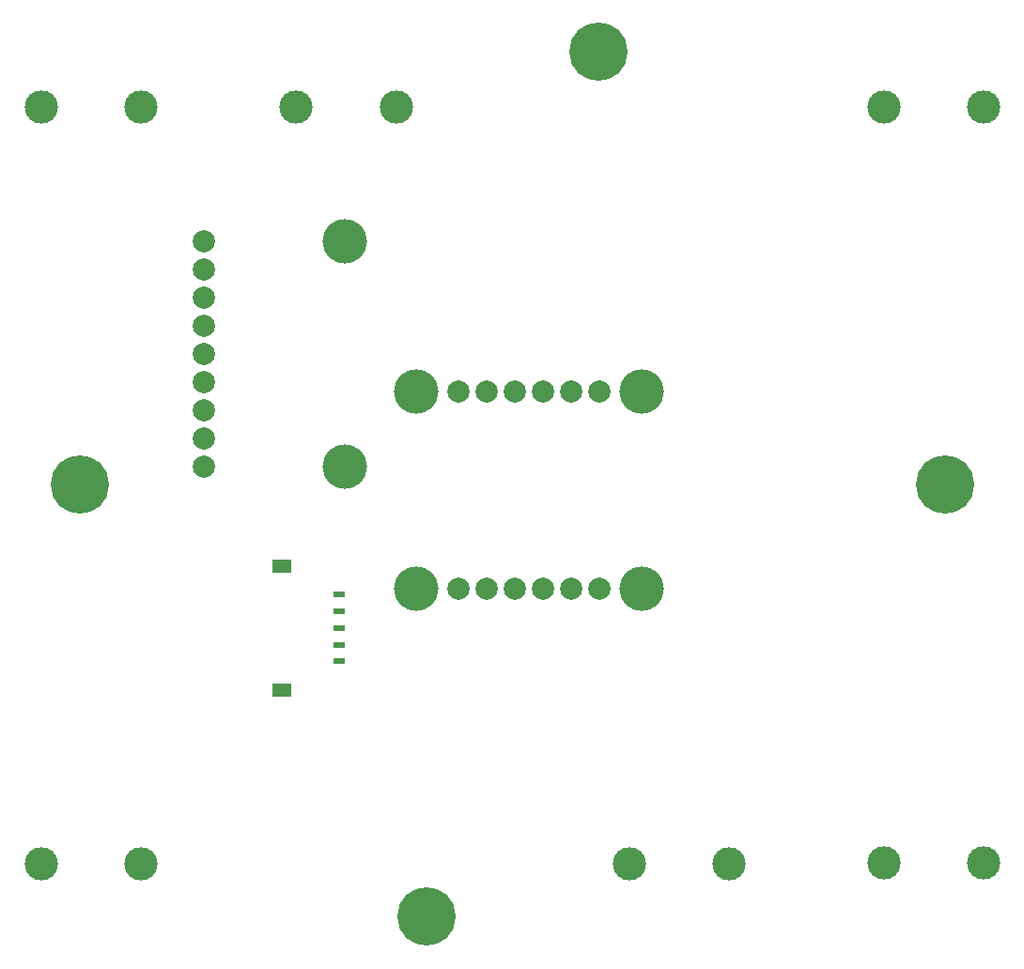
<source format=gbr>
%TF.GenerationSoftware,KiCad,Pcbnew,(5.1.10)-1*%
%TF.CreationDate,2022-06-07T20:21:30-07:00*%
%TF.ProjectId,solar-panel-side-Z,736f6c61-722d-4706-916e-656c2d736964,1.1*%
%TF.SameCoordinates,Original*%
%TF.FileFunction,Soldermask,Bot*%
%TF.FilePolarity,Negative*%
%FSLAX46Y46*%
G04 Gerber Fmt 4.6, Leading zero omitted, Abs format (unit mm)*
G04 Created by KiCad (PCBNEW (5.1.10)-1) date 2022-06-07 20:21:30*
%MOMM*%
%LPD*%
G01*
G04 APERTURE LIST*
%ADD10C,5.250000*%
%ADD11C,2.000000*%
%ADD12C,4.000000*%
%ADD13R,1.800000X1.250000*%
%ADD14R,1.000000X0.600000*%
%ADD15C,3.000000*%
G04 APERTURE END LIST*
D10*
%TO.C,J5*%
X188500000Y-85000000D03*
%TD*%
%TO.C,J4*%
X157250000Y-46000000D03*
%TD*%
%TO.C,J3*%
X141750000Y-124000000D03*
%TD*%
%TO.C,J2*%
X110500000Y-85000000D03*
%TD*%
D11*
%TO.C,U4*%
X147190000Y-76610000D03*
X144650000Y-76610000D03*
D12*
X140840000Y-76610000D03*
D11*
X157350000Y-76610000D03*
D12*
X161160000Y-76610000D03*
D11*
X154810000Y-76610000D03*
X152270000Y-76610000D03*
X149730000Y-76610000D03*
D12*
X161160000Y-94390000D03*
D11*
X154810000Y-94390000D03*
X152270000Y-94390000D03*
X157350000Y-94390000D03*
X144650000Y-94390000D03*
X147190000Y-94390000D03*
X149730000Y-94390000D03*
D12*
X140840000Y-94390000D03*
%TD*%
D13*
%TO.C,J1*%
X128668000Y-92360001D03*
X128668000Y-103569999D03*
D14*
X133858000Y-94964999D03*
X133858000Y-96464999D03*
X133858000Y-97965001D03*
X133858000Y-99465000D03*
X133858000Y-100965000D03*
%TD*%
D11*
%TO.C,U5*%
X121650000Y-75790000D03*
X121650000Y-73250000D03*
X121650000Y-70710000D03*
X121650000Y-83410000D03*
X121650000Y-78330000D03*
X121650000Y-80870000D03*
D12*
X134350000Y-63090000D03*
X134350000Y-83410000D03*
D11*
X121650000Y-65630000D03*
X121650000Y-68170000D03*
X121650000Y-63090000D03*
%TD*%
D15*
%TO.C,SC5*%
X191952000Y-51008000D03*
X182952000Y-51008000D03*
%TD*%
%TO.C,SC4*%
X169000000Y-119250000D03*
X160000000Y-119250000D03*
%TD*%
%TO.C,SC6*%
X191952000Y-119172000D03*
X182952000Y-119172000D03*
%TD*%
%TO.C,SC3*%
X130000000Y-51000000D03*
X139000000Y-51000000D03*
%TD*%
%TO.C,SC2*%
X107006000Y-119250000D03*
X116006000Y-119250000D03*
%TD*%
%TO.C,SC1*%
X116006000Y-51008000D03*
X107006000Y-51008000D03*
%TD*%
M02*

</source>
